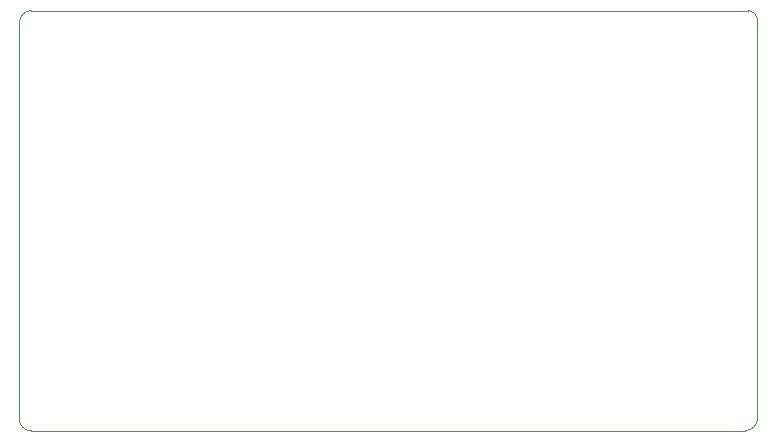
<source format=gm1>
%TF.GenerationSoftware,KiCad,Pcbnew,(6.0.0)*%
%TF.CreationDate,2022-12-31T23:54:09-06:00*%
%TF.ProjectId,WheelspeedController,57686565-6c73-4706-9565-64436f6e7472,rev?*%
%TF.SameCoordinates,Original*%
%TF.FileFunction,Profile,NP*%
%FSLAX46Y46*%
G04 Gerber Fmt 4.6, Leading zero omitted, Abs format (unit mm)*
G04 Created by KiCad (PCBNEW (6.0.0)) date 2022-12-31 23:54:09*
%MOMM*%
%LPD*%
G01*
G04 APERTURE LIST*
%TA.AperFunction,Profile*%
%ADD10C,0.100000*%
%TD*%
G04 APERTURE END LIST*
D10*
X120396000Y-105410000D02*
X59944000Y-105439000D01*
X121412000Y-70612000D02*
X121412000Y-104394000D01*
X59944000Y-69850000D02*
X120650000Y-69850000D01*
X58899000Y-104394000D02*
X58928000Y-70866000D01*
X120396000Y-105410000D02*
G75*
G03*
X121412000Y-104394000I0J1016000D01*
G01*
X58899000Y-104394000D02*
G75*
G03*
X59944000Y-105439000I1045000J0D01*
G01*
X59944000Y-69850000D02*
G75*
G03*
X58928000Y-70866000I0J-1016000D01*
G01*
X121412000Y-70612000D02*
G75*
G03*
X120650000Y-69850000I-762000J0D01*
G01*
M02*

</source>
